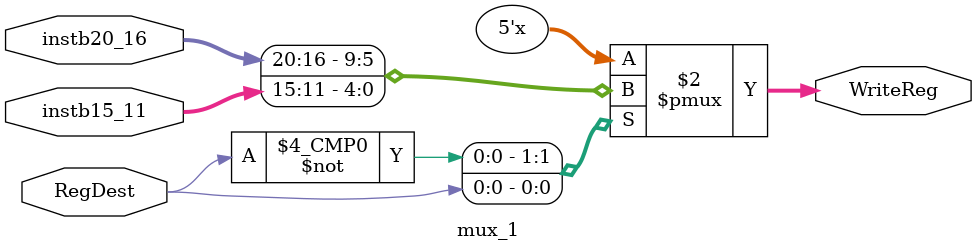
<source format=v>

`timescale 1ns / 1ps

module mux_1(input [20:16] instb20_16,
             input [15:11] instb15_11,
             input RegDest,
             output reg [4:0] WriteReg

    );
    
    always @ (RegDest) begin
    
        case(RegDest) 
            0: WriteReg <= instb20_16;
            1: WriteReg <= instb15_11;
        endcase
        
    end
    
endmodule

</source>
